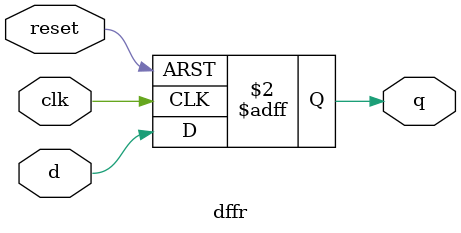
<source format=v>
module dffr (
    input wire clk,
    input wire reset,
    input wire d,
    output reg q
);
    always @(posedge clk or posedge reset) begin
        if (reset) begin
            q <= 1'b0; // Reset the output to 0
        end else begin
            q <= d; // Capture the input on the rising edge of the clock
        end
    end
endmodule
</source>
